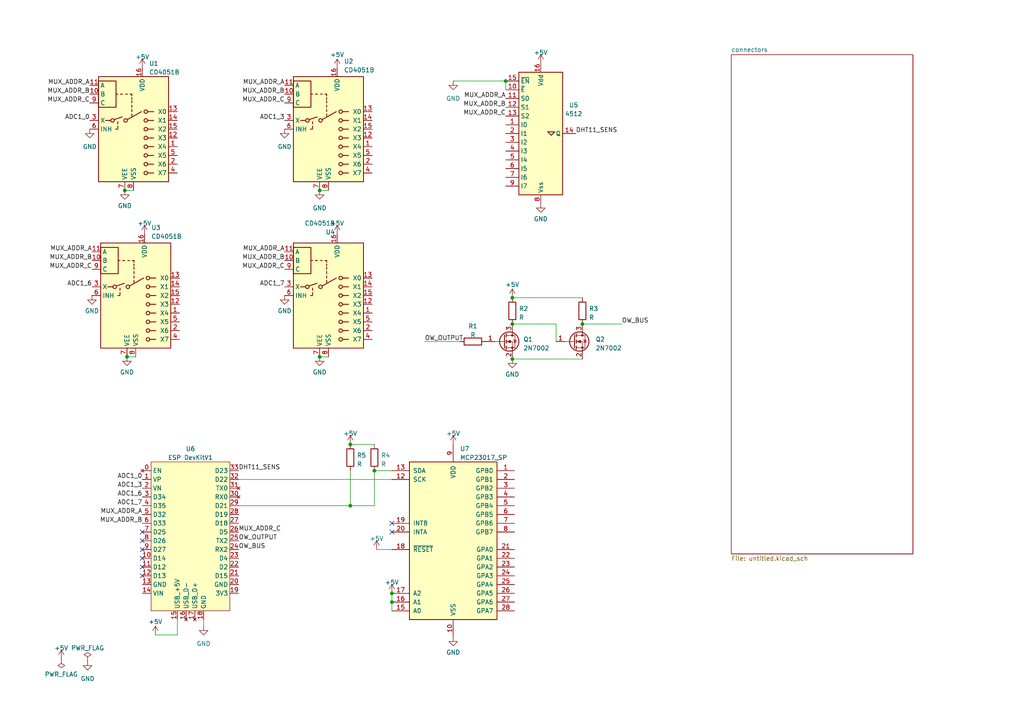
<source format=kicad_sch>
(kicad_sch (version 20230121) (generator eeschema)
  (paper "A4")
  (lib_symbols
    (symbol "4xxx_IEEE:4512"
      (property "Reference" "U" (at 10.16 12.7 0))
      (property "Value" "4512" (at 11.43 -13.97 0))
      (symbol "4512_0_1"
        (rectangle (start -6.35 17.78) (end 6.35 -17.78) (stroke (width 0.254)) (fill (type background)))
        (polyline (pts (xy 2.032 0.508) (xy 3.048 -0.508) (xy 4.064 0.508) (xy 2.032 0.508) (xy 2.032 0.508)) (stroke (width 0.254)) (fill (type background)))
      )
      (symbol "4512_1_1"
        (pin input line (at -10.16 2.54 0) (length 3.81) (name "I0") (number "1"))
        (pin input line (at -10.16 12.7 0) (length 3.81) (name "~{E}") (number "10"))
        (pin input line (at -10.16 10.16 0) (length 3.81) (name "S0") (number "11"))
        (pin input line (at -10.16 7.62 0) (length 3.81) (name "S1") (number "12"))
        (pin input line (at -10.16 5.08 0) (length 3.81) (name "S2") (number "13"))
        (pin output line (at 10.16 0 180) (length 3.81) (name "Q") (number "14"))
        (pin input line (at -10.16 15.24 0) (length 3.81) (name "~{EN}") (number "15"))
        (pin power_in line (at 0 20.32 270) (length 2.54) (name "Vdd") (number "16"))
        (pin input line (at -10.16 0 0) (length 3.81) (name "I1") (number "2"))
        (pin input line (at -10.16 -2.54 0) (length 3.81) (name "I2") (number "3"))
        (pin input line (at -10.16 -5.08 0) (length 3.81) (name "I3") (number "4"))
        (pin input line (at -10.16 -7.62 0) (length 3.81) (name "I4") (number "5"))
        (pin input line (at -10.16 -10.16 0) (length 3.81) (name "I5") (number "6"))
        (pin input line (at -10.16 -12.7 0) (length 3.81) (name "I6") (number "7"))
        (pin power_in line (at 0 -20.32 90) (length 2.54) (name "Vss") (number "8"))
        (pin input line (at -10.16 -15.24 0) (length 3.81) (name "I7") (number "9"))
      )
    )
    (symbol "Analog_Switch:CD4051B"
      (property "Reference" "U" (at -10.16 16.51 0))
      (property "Value" "CD4051B" (at 3.81 16.51 0))
      (symbol "CD4051B_0_1"
        (rectangle (start -10.16 6.35) (end -5.08 13.97) (stroke (width 0.254)))
        (rectangle (start -10.16 15.24) (end 10.16 -15.24) (stroke (width 0.254)) (fill (type background)))
        (circle (center -6.096 2.54) (radius 0.508) (stroke (width 0.254)))
        (circle (center -2.286 2.54) (radius 0.508) (stroke (width 0.254)))
        (polyline (pts (xy -8.128 2.54) (xy -6.604 2.54)) (stroke (width 0.254)))
        (polyline (pts (xy -5.588 2.794) (xy -3.302 3.556)) (stroke (width 0.254)))
        (polyline (pts (xy -4.572 0) (xy -5.207 0)) (stroke (width 0.254)))
        (polyline (pts (xy -4.572 0.254) (xy -4.572 0.889)) (stroke (width 0.254)))
        (polyline (pts (xy -4.572 1.524) (xy -4.572 2.159)) (stroke (width 0.254)))
        (polyline (pts (xy -4.572 10.16) (xy -5.08 10.16)) (stroke (width 0.254)))
        (polyline (pts (xy -3.81 10.16) (xy -3.175 10.16)) (stroke (width 0.254)))
        (polyline (pts (xy -1.778 2.794) (xy 2.286 5.08)) (stroke (width 0.254)))
        (polyline (pts (xy -1.778 10.16) (xy -2.286 10.16)) (stroke (width 0.254)))
        (polyline (pts (xy -0.508 3.81) (xy -0.508 4.445)) (stroke (width 0.254)))
        (polyline (pts (xy -0.508 5.08) (xy -0.508 5.715)) (stroke (width 0.254)))
        (polyline (pts (xy -0.508 6.35) (xy -0.508 6.985)) (stroke (width 0.254)))
        (polyline (pts (xy -0.508 7.62) (xy -0.508 8.255)) (stroke (width 0.254)))
        (polyline (pts (xy -0.508 8.636) (xy -0.508 9.144)) (stroke (width 0.254)))
        (polyline (pts (xy -0.508 9.652) (xy -0.508 10.16)) (stroke (width 0.254)))
        (polyline (pts (xy -0.508 10.16) (xy -1.016 10.16)) (stroke (width 0.254)))
        (polyline (pts (xy 4.064 -12.7) (xy 5.842 -12.7)) (stroke (width 0.254)))
        (polyline (pts (xy 4.064 -10.16) (xy 5.842 -10.16)) (stroke (width 0.254)))
        (polyline (pts (xy 4.064 -7.62) (xy 5.842 -7.62)) (stroke (width 0.254)))
        (polyline (pts (xy 4.064 -5.08) (xy 5.842 -5.08)) (stroke (width 0.254)))
        (polyline (pts (xy 4.064 -2.54) (xy 5.842 -2.54)) (stroke (width 0.254)))
        (polyline (pts (xy 4.064 0) (xy 5.842 0)) (stroke (width 0.254)))
        (polyline (pts (xy 4.064 2.54) (xy 5.842 2.54)) (stroke (width 0.254)))
        (polyline (pts (xy 4.064 5.08) (xy 5.842 5.08)) (stroke (width 0.254)))
        (circle (center 3.556 -12.7) (radius 0.508) (stroke (width 0.254)))
        (circle (center 3.556 -10.16) (radius 0.508) (stroke (width 0.254)))
        (circle (center 3.556 -7.62) (radius 0.508) (stroke (width 0.254)))
        (circle (center 3.556 -5.08) (radius 0.508) (stroke (width 0.254)))
        (circle (center 3.556 -2.54) (radius 0.508) (stroke (width 0.254)))
        (circle (center 3.556 0) (radius 0.508) (stroke (width 0.254)))
        (circle (center 3.556 2.54) (radius 0.508) (stroke (width 0.254)))
        (circle (center 3.556 5.08) (radius 0.508) (stroke (width 0.254)))
      )
      (symbol "CD4051B_1_1"
        (pin bidirectional line (at 12.7 -5.08 180) (length 2.54) (name "X4") (number "1"))
        (pin input line (at -12.7 10.16 0) (length 2.54) (name "B") (number "10"))
        (pin input line (at -12.7 12.7 0) (length 2.54) (name "A") (number "11"))
        (pin bidirectional line (at 12.7 -2.54 180) (length 2.54) (name "X3") (number "12"))
        (pin bidirectional line (at 12.7 5.08 180) (length 2.54) (name "X0") (number "13"))
        (pin bidirectional line (at 12.7 2.54 180) (length 2.54) (name "X1") (number "14"))
        (pin bidirectional line (at 12.7 0 180) (length 2.54) (name "X2") (number "15"))
        (pin power_in line (at 2.54 17.78 270) (length 2.54) (name "VDD") (number "16"))
        (pin bidirectional line (at 12.7 -10.16 180) (length 2.54) (name "X6") (number "2"))
        (pin bidirectional line (at -12.7 2.54 0) (length 2.54) (name "X") (number "3"))
        (pin bidirectional line (at 12.7 -12.7 180) (length 2.54) (name "X7") (number "4"))
        (pin bidirectional line (at 12.7 -7.62 180) (length 2.54) (name "X5") (number "5"))
        (pin input line (at -12.7 0 0) (length 2.54) (name "INH") (number "6"))
        (pin power_in line (at -2.54 -17.78 90) (length 2.54) (name "VEE") (number "7"))
        (pin power_in line (at 0 -17.78 90) (length 2.54) (name "VSS") (number "8"))
        (pin input line (at -12.7 7.62 0) (length 2.54) (name "C") (number "9"))
      )
    )
    (symbol "Device:R" (pin_numbers hide) (pin_names (offset 0))
      (property "Reference" "R" (at 2.032 0 90))
      (property "Value" "R" (at 0 0 90))
      (symbol "R_0_1"
        (rectangle (start -1.016 -2.54) (end 1.016 2.54) (stroke (width 0.254)))
      )
      (symbol "R_1_1"
        (pin passive line (at 0 3.81 270) (length 1.27) (name "~") (number "1"))
        (pin passive line (at 0 -3.81 90) (length 1.27) (name "~") (number "2"))
      )
    )
    (symbol "Interface_Expansion:MCP23017_SP" (pin_names (offset 1.016))
      (property "Reference" "U" (at -11.43 24.13 0))
      (property "Value" "MCP23017_SP" (at 0 0 0))
      (symbol "MCP23017_SP_0_1"
        (rectangle (start -12.7 22.86) (end 12.7 -22.86) (stroke (width 0.254)) (fill (type background)))
      )
      (symbol "MCP23017_SP_1_1"
        (pin bidirectional line (at 17.78 20.32 180) (length 5.08) (name "GPB0") (number "1"))
        (pin power_in line (at 0 -27.94 90) (length 5.08) (name "VSS") (number "10"))
        (pin no_connect line (at -12.7 15.24 0) (length 5.08) hide (name "NC") (number "11"))
        (pin input line (at -17.78 17.78 0) (length 5.08) (name "SCK") (number "12"))
        (pin bidirectional line (at -17.78 20.32 0) (length 5.08) (name "SDA") (number "13"))
        (pin no_connect line (at -12.7 12.7 0) (length 5.08) hide (name "NC") (number "14"))
        (pin input line (at -17.78 -20.32 0) (length 5.08) (name "A0") (number "15"))
        (pin input line (at -17.78 -17.78 0) (length 5.08) (name "A1") (number "16"))
        (pin input line (at -17.78 -15.24 0) (length 5.08) (name "A2") (number "17"))
        (pin input line (at -17.78 -2.54 0) (length 5.08) (name "~{RESET}") (number "18"))
        (pin tri_state line (at -17.78 5.08 0) (length 5.08) (name "INTB") (number "19"))
        (pin bidirectional line (at 17.78 17.78 180) (length 5.08) (name "GPB1") (number "2"))
        (pin tri_state line (at -17.78 2.54 0) (length 5.08) (name "INTA") (number "20"))
        (pin bidirectional line (at 17.78 -2.54 180) (length 5.08) (name "GPA0") (number "21"))
        (pin bidirectional line (at 17.78 -5.08 180) (length 5.08) (name "GPA1") (number "22"))
        (pin bidirectional line (at 17.78 -7.62 180) (length 5.08) (name "GPA2") (number "23"))
        (pin bidirectional line (at 17.78 -10.16 180) (length 5.08) (name "GPA3") (number "24"))
        (pin bidirectional line (at 17.78 -12.7 180) (length 5.08) (name "GPA4") (number "25"))
        (pin bidirectional line (at 17.78 -15.24 180) (length 5.08) (name "GPA5") (number "26"))
        (pin bidirectional line (at 17.78 -17.78 180) (length 5.08) (name "GPA6") (number "27"))
        (pin bidirectional line (at 17.78 -20.32 180) (length 5.08) (name "GPA7") (number "28"))
        (pin bidirectional line (at 17.78 15.24 180) (length 5.08) (name "GPB2") (number "3"))
        (pin bidirectional line (at 17.78 12.7 180) (length 5.08) (name "GPB3") (number "4"))
        (pin bidirectional line (at 17.78 10.16 180) (length 5.08) (name "GPB4") (number "5"))
        (pin bidirectional line (at 17.78 7.62 180) (length 5.08) (name "GPB5") (number "6"))
        (pin bidirectional line (at 17.78 5.08 180) (length 5.08) (name "GPB6") (number "7"))
        (pin bidirectional line (at 17.78 2.54 180) (length 5.08) (name "GPB7") (number "8"))
        (pin power_in line (at 0 27.94 270) (length 5.08) (name "VDD") (number "9"))
      )
    )
    (symbol "Transistor_FET:2N7002" (pin_names hide)
      (property "Reference" "Q" (at 5.08 1.905 0))
      (property "Value" "2N7002" (at 5.08 0 0))
      (symbol "2N7002_0_1"
        (polyline (pts (xy 0.254 0) (xy -2.54 0)))
        (polyline (pts (xy 0.254 1.905) (xy 0.254 -1.905)) (stroke (width 0.254)))
        (polyline (pts (xy 0.762 -1.27) (xy 0.762 -2.286)) (stroke (width 0.254)))
        (polyline (pts (xy 0.762 0.508) (xy 0.762 -0.508)) (stroke (width 0.254)))
        (polyline (pts (xy 0.762 2.286) (xy 0.762 1.27)) (stroke (width 0.254)))
        (polyline (pts (xy 2.54 2.54) (xy 2.54 1.778)))
        (polyline (pts (xy 2.54 -2.54) (xy 2.54 0) (xy 0.762 0)))
        (polyline (pts (xy 0.762 -1.778) (xy 3.302 -1.778) (xy 3.302 1.778) (xy 0.762 1.778)))
        (polyline (pts (xy 1.016 0) (xy 2.032 0.381) (xy 2.032 -0.381) (xy 1.016 0)) (fill (type outline)))
        (polyline (pts (xy 2.794 0.508) (xy 2.921 0.381) (xy 3.683 0.381) (xy 3.81 0.254)))
        (polyline (pts (xy 3.302 0.381) (xy 2.921 -0.254) (xy 3.683 -0.254) (xy 3.302 0.381)))
        (circle (center 1.651 0) (radius 2.794) (stroke (width 0.254)))
        (circle (center 2.54 -1.778) (radius 0.254) (fill (type outline)))
        (circle (center 2.54 1.778) (radius 0.254) (fill (type outline)))
      )
      (symbol "2N7002_1_1"
        (pin input line (at -5.08 0 0) (length 2.54) (name "G") (number "1"))
        (pin passive line (at 2.54 -5.08 90) (length 2.54) (name "S") (number "2"))
        (pin passive line (at 2.54 5.08 270) (length 2.54) (name "D") (number "3"))
      )
    )
    (symbol "esp-dev-boards:ESP DevKitV1"
      (property "Reference" "U" (at -16.51 25.4 0))
      (property "Value" "ESP DevKitV1" (at -1.27 25.4 0))
      (symbol "ESP DevKitV1_1_1"
        (rectangle (start -17.78 24.13) (end 5.08 -19.05) (fill (type background)))
        (pin no_connect line (at -20.32 21.59 0) (length 2.54) (name "EN") (number "0"))
        (pin input line (at -20.32 19.05 0) (length 2.54) (name "VP") (number "1"))
        (pin bidirectional line (at -20.32 -3.81 0) (length 2.54) (name "D14") (number "10"))
        (pin bidirectional line (at -20.32 -6.35 0) (length 2.54) (name "D12") (number "11"))
        (pin bidirectional line (at -20.32 -8.89 0) (length 2.54) (name "D13") (number "12"))
        (pin power_in line (at -20.32 -11.43 0) (length 2.54) (name "GND") (number "13"))
        (pin power_in line (at -20.32 -13.97 0) (length 2.54) (name "VIN") (number "14"))
        (pin power_in line (at -10.16 -21.59 90) (length 2.54) (name "USB_+5V") (number "15"))
        (pin no_connect line (at -7.62 -21.59 90) (length 2.54) (name "USB_D-") (number "16"))
        (pin no_connect line (at -5.08 -21.59 90) (length 2.54) (name "USB_D+") (number "17"))
        (pin power_in line (at -2.54 -21.59 90) (length 2.54) (name "GND") (number "18"))
        (pin power_out line (at 7.62 -13.97 180) (length 2.54) (name "3V3") (number "19"))
        (pin input line (at -20.32 16.51 0) (length 2.54) (name "VN") (number "2"))
        (pin power_in line (at 7.62 -11.43 180) (length 2.54) (name "GND") (number "20"))
        (pin bidirectional line (at 7.62 -8.89 180) (length 2.54) (name "D15") (number "21"))
        (pin bidirectional line (at 7.62 -6.35 180) (length 2.54) (name "D2") (number "22"))
        (pin bidirectional line (at 7.62 -3.81 180) (length 2.54) (name "D4") (number "23"))
        (pin bidirectional line (at 7.62 -1.27 180) (length 2.54) (name "RX2") (number "24"))
        (pin bidirectional line (at 7.62 1.27 180) (length 2.54) (name "TX2") (number "25"))
        (pin bidirectional line (at 7.62 3.81 180) (length 2.54) (name "D5") (number "26"))
        (pin bidirectional line (at 7.62 6.35 180) (length 2.54) (name "D18") (number "27"))
        (pin bidirectional line (at 7.62 8.89 180) (length 2.54) (name "D19") (number "28"))
        (pin bidirectional line (at 7.62 11.43 180) (length 2.54) (name "D21") (number "29"))
        (pin input line (at -20.32 13.97 0) (length 2.54) (name "D34") (number "3"))
        (pin no_connect line (at 7.62 13.97 180) (length 2.54) (name "RX0") (number "30"))
        (pin no_connect line (at 7.62 16.51 180) (length 2.54) (name "TX0") (number "31"))
        (pin bidirectional line (at 7.62 19.05 180) (length 2.54) (name "D22") (number "32"))
        (pin bidirectional line (at 7.62 21.59 180) (length 2.54) (name "D23") (number "33"))
        (pin input line (at -20.32 11.43 0) (length 2.54) (name "D35") (number "4"))
        (pin bidirectional line (at -20.32 8.89 0) (length 2.54) (name "D32") (number "5"))
        (pin bidirectional line (at -20.32 6.35 0) (length 2.54) (name "D33") (number "6"))
        (pin bidirectional line (at -20.32 3.81 0) (length 2.54) (name "D25") (number "7"))
        (pin bidirectional line (at -20.32 1.27 0) (length 2.54) (name "D26") (number "8"))
        (pin bidirectional line (at -20.32 -1.27 0) (length 2.54) (name "D27") (number "9"))
      )
    )
    (symbol "power:+5V" (power) (pin_names (offset 0))
      (property "Value" "+5V" (at 0 3.556 0))
      (symbol "+5V_0_1"
        (polyline (pts (xy -0.762 1.27) (xy 0 2.54)))
        (polyline (pts (xy 0 0) (xy 0 2.54)))
        (polyline (pts (xy 0 2.54) (xy 0.762 1.27)))
      )
      (symbol "+5V_1_1"
        (pin power_in line (at 0 0 90) (length 0) hide (name "+5V") (number "1"))
      )
    )
    (symbol "power:GND" (power) (pin_names (offset 0))
      (property "Value" "GND" (at 0 -3.81 0))
      (symbol "GND_0_1"
        (polyline (pts (xy 0 0) (xy 0 -1.27) (xy 1.27 -1.27) (xy 0 -2.54) (xy -1.27 -1.27) (xy 0 -1.27)))
      )
      (symbol "GND_1_1"
        (pin power_in line (at 0 0 270) (length 0) hide (name "GND") (number "1"))
      )
    )
    (symbol "power:PWR_FLAG" (power) (pin_numbers hide) (pin_names (offset 0) hide)
      (property "Value" "PWR_FLAG" (at 0 3.81 0))
      (symbol "PWR_FLAG_0_0"
        (pin power_out line (at 0 0 90) (length 0) (name "pwr") (number "1"))
      )
      (symbol "PWR_FLAG_0_1"
        (polyline (pts (xy 0 0) (xy 0 1.27) (xy -1.016 1.905) (xy 0 2.54) (xy 1.016 1.905) (xy 0 1.27)))
      )
    )
  )
  (junction (at 113.665 172.085))
  (junction (at 148.59 104.14))
  (junction (at 113.665 174.625))
  (junction (at 101.6 128.905))
  (junction (at 101.6 146.685))
  (junction (at 36.195 55.245))
  (junction (at 92.71 55.245))
  (junction (at 168.91 93.98))
  (junction (at 36.83 103.505))
  (junction (at 148.59 93.98))
  (junction (at 92.71 103.505))
  (junction (at 148.59 86.36))
  (junction (at 146.685 23.495))
  (junction (at 108.585 136.525))
  (no_connect (at 41.275 156.845))
  (no_connect (at 41.275 154.305))
  (no_connect (at 113.665 154.305))
  (no_connect (at 41.275 159.385))
  (no_connect (at 41.275 164.465))
  (no_connect (at 41.275 161.925))
  (no_connect (at 41.275 167.005))
  (no_connect (at 113.665 151.765))
  (wire (pts (xy 108.585 136.525) (xy 113.665 136.525)))
  (wire (pts (xy 45.085 184.15) (xy 51.435 184.15)))
  (wire (pts (xy 109.22 159.385) (xy 113.665 159.385)))
  (wire (pts (xy 101.6 136.525) (xy 101.6 146.685)))
  (wire (pts (xy 36.83 103.505) (xy 39.37 103.505)))
  (wire (pts (xy 59.055 179.705) (xy 59.055 181.61)))
  (wire (pts (xy 113.665 174.625) (xy 113.665 177.165)))
  (wire (pts (xy 168.91 93.98) (xy 180.34 93.98)))
  (wire (pts (xy 101.6 146.685) (xy 108.585 146.685)))
  (wire (pts (xy 101.6 128.905) (xy 108.585 128.905)))
  (wire (pts (xy 92.71 55.245) (xy 95.25 55.245)))
  (wire (pts (xy 113.665 172.085) (xy 113.665 174.625)))
  (wire (pts (xy 69.215 139.065) (xy 113.665 139.065)))
  (wire (pts (xy 92.71 103.505) (xy 95.25 103.505)))
  (wire (pts (xy 161.29 99.06) (xy 161.29 93.98)))
  (wire (pts (xy 146.685 23.495) (xy 146.685 26.035)))
  (wire (pts (xy 123.19 99.06) (xy 133.35 99.06)))
  (wire (pts (xy 161.29 93.98) (xy 148.59 93.98)))
  (wire (pts (xy 148.59 104.14) (xy 168.91 104.14)))
  (wire (pts (xy 131.445 23.495) (xy 146.685 23.495)))
  (wire (pts (xy 36.195 55.245) (xy 38.735 55.245)))
  (wire (pts (xy 148.59 86.36) (xy 168.91 86.36)))
  (wire (pts (xy 51.435 184.15) (xy 51.435 179.705)))
  (wire (pts (xy 108.585 146.685) (xy 108.585 136.525)))
  (wire (pts (xy 69.215 146.685) (xy 101.6 146.685)))
  (label "ADC1_0" (at 26.035 34.925 180))
  (label "OW_OUTPUT" (at 123.19 99.06 0))
  (label "MUX_ADDR_A" (at 82.55 24.765 180))
  (label "MUX_ADDR_C" (at 69.215 154.305 0))
  (label "ADC1_6" (at 41.275 144.145 180))
  (label "MUX_ADDR_C" (at 146.685 33.655 180))
  (label "MUX_ADDR_B" (at 26.67 75.565 180))
  (label "MUX_ADDR_A" (at 82.55 73.025 180))
  (label "ADC1_7" (at 82.55 83.185 180))
  (label "MUX_ADDR_A" (at 41.275 149.225 180))
  (label "MUX_ADDR_C" (at 26.035 29.845 180))
  (label "OW_BUS" (at 69.215 159.385 0))
  (label "MUX_ADDR_B" (at 82.55 75.565 180))
  (label "MUX_ADDR_B" (at 82.55 27.305 180))
  (label "ADC1_7" (at 41.275 146.685 180))
  (label "MUX_ADDR_B" (at 26.035 27.305 180))
  (label "MUX_ADDR_A" (at 146.685 28.575 180))
  (label "OW_OUTPUT" (at 69.215 156.845 0))
  (label "ADC1_6" (at 26.67 83.185 180))
  (label "OW_BUS" (at 180.34 93.98 0))
  (label "ADC1_3" (at 41.275 141.605 180))
  (label "MUX_ADDR_C" (at 26.67 78.105 180))
  (label "MUX_ADDR_A" (at 26.035 24.765 180))
  (label "ADC1_0" (at 41.275 139.065 180))
  (label "MUX_ADDR_C" (at 82.55 29.845 180))
  (label "MUX_ADDR_C" (at 82.55 78.105 180))
  (label "MUX_ADDR_B" (at 41.275 151.765 180))
  (label "MUX_ADDR_A" (at 26.67 73.025 180))
  (label "ADC1_3" (at 82.55 34.925 180))
  (label "DHT11_SENS" (at 69.215 136.525 0))
  (label "MUX_ADDR_B" (at 146.685 31.115 180))
  (label "DHT11_SENS" (at 167.005 38.735 0))
  (symbol (lib_id "power:GND") (at 82.55 85.725 0) (unit 1)
    (property "Reference" "#PWR011" (effects hide))
    (property "Value" "GND" (at 82.55 90.17 0))
  )
  (symbol (lib_id "power:+5V") (at 148.59 86.36 0) (unit 1)
    (property "Reference" "#PWR018" (effects hide))
    (property "Value" "+5V" (at 148.59 82.55 0))
  )
  (symbol (lib_id "power:GND") (at 92.71 103.505 0) (unit 1)
    (property "Reference" "#PWR09" (effects hide))
    (property "Value" "GND" (at 92.71 107.95 0))
  )
  (symbol (lib_id "power:+5V") (at 156.845 18.415 0) (unit 1)
    (property "Reference" "#PWR020" (effects hide))
    (property "Value" "+5V" (at 156.845 15.24 0))
  )
  (symbol (lib_id "power:GND") (at 26.67 85.725 0) (unit 1)
    (property "Reference" "#PWR010" (effects hide))
    (property "Value" "GND" (at 26.67 90.17 0))
  )
  (symbol (lib_id "power:+5V") (at 41.91 67.945 0) (unit 1)
    (property "Reference" "#PWR013" (effects hide))
    (property "Value" "+5V" (at 41.91 64.77 0))
  )
  (symbol (lib_id "power:+5V") (at 41.275 19.685 0) (unit 1)
    (property "Reference" "#PWR012" (effects hide))
    (property "Value" "+5V" (at 41.275 16.51 0))
  )
  (symbol (lib_id "power:+5V") (at 113.665 172.085 0) (unit 1)
    (property "Reference" "#PWR025" (effects hide))
    (property "Value" "+5V" (at 113.665 168.91 0))
  )
  (symbol (lib_id "4xxx_IEEE:4512") (at 156.845 38.735 0) (unit 1)
    (property "Reference" "U5" (at 166.37 30.48 0))
    (property "Value" "4512" (at 166.37 33.02 0))
  )
  (symbol (lib_id "power:GND") (at 131.445 23.495 0) (unit 1)
    (property "Reference" "#PWR019" (effects hide))
    (property "Value" "GND" (at 131.445 28.575 0))
  )
  (symbol (lib_id "power:GND") (at 26.035 37.465 0) (unit 1)
    (property "Reference" "#PWR06" (effects hide))
    (property "Value" "GND" (at 26.035 42.545 0))
  )
  (symbol (lib_id "power:PWR_FLAG") (at 25.4 191.77 0) (unit 1)
    (property "Reference" "#FLG01" (effects hide))
    (property "Value" "PWR_FLAG" (at 25.4 187.96 0))
  )
  (symbol (lib_id "Device:R") (at 137.16 99.06 90) (unit 1)
    (property "Reference" "R1" (at 137.16 94.615 90))
    (property "Value" "R" (at 137.16 97.155 90))
  )
  (symbol (lib_id "power:+5V") (at 109.22 159.385 0) (unit 1)
    (property "Reference" "#PWR026" (effects hide))
    (property "Value" "+5V" (at 109.22 156.21 0))
  )
  (symbol (lib_id "power:PWR_FLAG") (at 17.78 191.135 0) (mirror x) (unit 1)
    (property "Reference" "#FLG02" (effects hide))
    (property "Value" "PWR_FLAG" (at 17.78 195.58 0))
  )
  (symbol (lib_id "Device:R") (at 101.6 132.715 0) (unit 1)
    (property "Reference" "R5" (at 103.505 132.08 0) (effects (justify left)))
    (property "Value" "R" (at 103.505 134.62 0) (effects (justify left)))
  )
  (symbol (lib_id "power:GND") (at 148.59 104.14 0) (unit 1)
    (property "Reference" "#PWR017" (effects hide))
    (property "Value" "GND" (at 148.59 108.585 0))
  )
  (symbol (lib_id "Transistor_FET:2N7002") (at 146.05 99.06 0) (unit 1)
    (property "Reference" "Q1" (at 151.765 98.425 0) (effects (justify left)))
    (property "Value" "2N7002" (at 151.765 100.965 0) (effects (justify left)))
    (property "Footprint" "Package_TO_SOT_SMD:SOT-23" (effects hide))
    (property "Datasheet" "https://www.onsemi.com/pub/Collateral/NDS7002A-D.PDF" (effects hide))
  )
  (symbol (lib_id "power:+5V") (at 97.79 67.945 0) (unit 1)
    (property "Reference" "#PWR014" (effects hide))
    (property "Value" "+5V" (at 97.79 64.77 0))
  )
  (symbol (lib_id "power:GND") (at 156.845 59.055 0) (unit 1)
    (property "Reference" "#PWR021" (effects hide))
    (property "Value" "GND" (at 156.845 63.5 0))
  )
  (symbol (lib_id "Interface_Expansion:MCP23017_SP") (at 131.445 156.845 0) (unit 1)
    (property "Reference" "U7" (at 133.4009 130.175 0) (effects (justify left)))
    (property "Value" "MCP23017_SP" (at 133.4009 132.715 0) (effects (justify left)))
    (property "Footprint" "Package_DIP:DIP-28_W7.62mm" (effects hide))
    (property "Datasheet" "http://ww1.microchip.com/downloads/en/DeviceDoc/20001952C.pdf" (effects hide))
  )
  (symbol (lib_id "power:+5V") (at 17.78 191.135 0) (unit 1)
    (property "Reference" "#PWR01" (effects hide))
    (property "Value" "+5V" (at 17.78 187.96 0))
  )
  (symbol (lib_id "Analog_Switch:CD4051B") (at 39.37 85.725 0) (unit 1)
    (property "Reference" "U3" (at 43.8659 66.04 0) (effects (justify left)))
    (property "Value" "CD4051B" (at 43.8659 68.58 0) (effects (justify left)))
    (property "Datasheet" "http://www.ti.com/lit/ds/symlink/cd4052b.pdf" (effects hide))
  )
  (symbol (lib_id "Analog_Switch:CD4051B") (at 95.25 37.465 0) (unit 1)
    (property "Reference" "U2" (at 99.7459 17.78 0) (effects (justify left)))
    (property "Value" "CD4051B" (at 99.7459 20.32 0) (effects (justify left)))
    (property "Datasheet" "http://www.ti.com/lit/ds/symlink/cd4052b.pdf" (effects hide))
  )
  (symbol (lib_id "Device:R") (at 168.91 90.17 0) (unit 1)
    (property "Reference" "R3" (at 170.815 89.535 0) (effects (justify left)))
    (property "Value" "R" (at 170.815 92.075 0) (effects (justify left)))
  )
  (symbol (lib_id "Device:R") (at 108.585 132.715 0) (unit 1)
    (property "Reference" "R4" (at 110.49 132.08 0) (effects (justify left)))
    (property "Value" "R" (at 110.49 134.62 0) (effects (justify left)))
  )
  (symbol (lib_id "power:+5V") (at 45.085 184.15 0) (unit 1)
    (property "Reference" "#PWR015" (effects hide))
    (property "Value" "+5V" (at 45.085 180.34 0))
  )
  (symbol (lib_id "power:GND") (at 82.55 37.465 0) (unit 1)
    (property "Reference" "#PWR03" (effects hide))
    (property "Value" "GND" (at 82.55 42.545 0))
  )
  (symbol (lib_id "Analog_Switch:CD4051B") (at 95.25 85.725 0) (unit 1)
    (property "Reference" "U4" (at 97.2059 67.31 0) (effects (justify right)))
    (property "Value" "CD4051B" (at 97.2059 64.77 0) (effects (justify right)))
    (property "Datasheet" "http://www.ti.com/lit/ds/symlink/cd4052b.pdf" (effects hide))
  )
  (symbol (lib_id "power:+5V") (at 101.6 128.905 0) (unit 1)
    (property "Reference" "#PWR024" (effects hide))
    (property "Value" "+5V" (at 101.6 125.73 0))
  )
  (symbol (lib_id "Device:R") (at 148.59 90.17 0) (unit 1)
    (property "Reference" "R2" (at 150.495 89.535 0) (effects (justify left)))
    (property "Value" "R" (at 150.495 92.075 0) (effects (justify left)))
  )
  (symbol (lib_id "power:GND") (at 25.4 191.77 0) (unit 1)
    (property "Reference" "#PWR02" (effects hide))
    (property "Value" "GND" (at 25.4 196.85 0))
  )
  (symbol (lib_id "esp-dev-boards:ESP DevKitV1") (at 61.595 158.115 0) (unit 1)
    (property "Reference" "U6" (at 55.245 130.175 0))
    (property "Value" "ESP DevKitV1" (at 55.245 132.715 0))
  )
  (symbol (lib_id "power:+5V") (at 131.445 128.905 0) (unit 1)
    (property "Reference" "#PWR022" (effects hide))
    (property "Value" "+5V" (at 131.445 125.73 0))
  )
  (symbol (lib_id "power:GND") (at 131.445 184.785 0) (unit 1)
    (property "Reference" "#PWR023" (effects hide))
    (property "Value" "GND" (at 131.445 189.23 0))
  )
  (symbol (lib_id "Transistor_FET:2N7002") (at 166.37 99.06 0) (unit 1)
    (property "Reference" "Q2" (at 172.72 98.425 0) (effects (justify left)))
    (property "Value" "2N7002" (at 172.72 100.965 0) (effects (justify left)))
    (property "Footprint" "Package_TO_SOT_SMD:SOT-23" (effects hide))
    (property "Datasheet" "https://www.onsemi.com/pub/Collateral/NDS7002A-D.PDF" (effects hide))
  )
  (symbol (lib_id "power:GND") (at 92.71 55.245 0) (unit 1)
    (property "Reference" "#PWR04" (effects hide))
    (property "Value" "GND" (at 92.71 60.325 0))
  )
  (symbol (lib_id "power:GND") (at 36.83 103.505 0) (unit 1)
    (property "Reference" "#PWR08" (effects hide))
    (property "Value" "GND" (at 36.83 107.95 0))
  )
  (symbol (lib_id "Analog_Switch:CD4051B") (at 38.735 37.465 0) (unit 1)
    (property "Reference" "U1" (at 43.2309 18.415 0) (effects (justify left)))
    (property "Value" "CD4051B" (at 43.2309 20.955 0) (effects (justify left)))
    (property "Datasheet" "http://www.ti.com/lit/ds/symlink/cd4052b.pdf" (effects hide))
  )
  (symbol (lib_id "power:GND") (at 59.055 181.61 0) (unit 1)
    (property "Reference" "#PWR016" (effects hide))
    (property "Value" "GND" (at 59.055 186.69 0))
  )
  (symbol (lib_id "power:GND") (at 36.195 55.245 0) (unit 1)
    (property "Reference" "#PWR07" (effects hide))
    (property "Value" "GND" (at 36.195 59.69 0))
  )
  (symbol (lib_id "power:+5V") (at 97.79 19.685 0) (unit 1)
    (property "Reference" "#PWR05" (effects hide))
    (property "Value" "+5V" (at 97.79 15.875 0))
  )
  (sheet (at 212.09 15.875) (size 52.705 144.78) (stroke (width 0.1524))
    (property "Sheetname" "connectors" (at 212.09 15.1634 0) (effects (justify left bottom)))
    (property "Sheetfile" "untitled.kicad_sch" (at 212.09 161.2396 0) (effects (justify left top)))
  )
)
</source>
